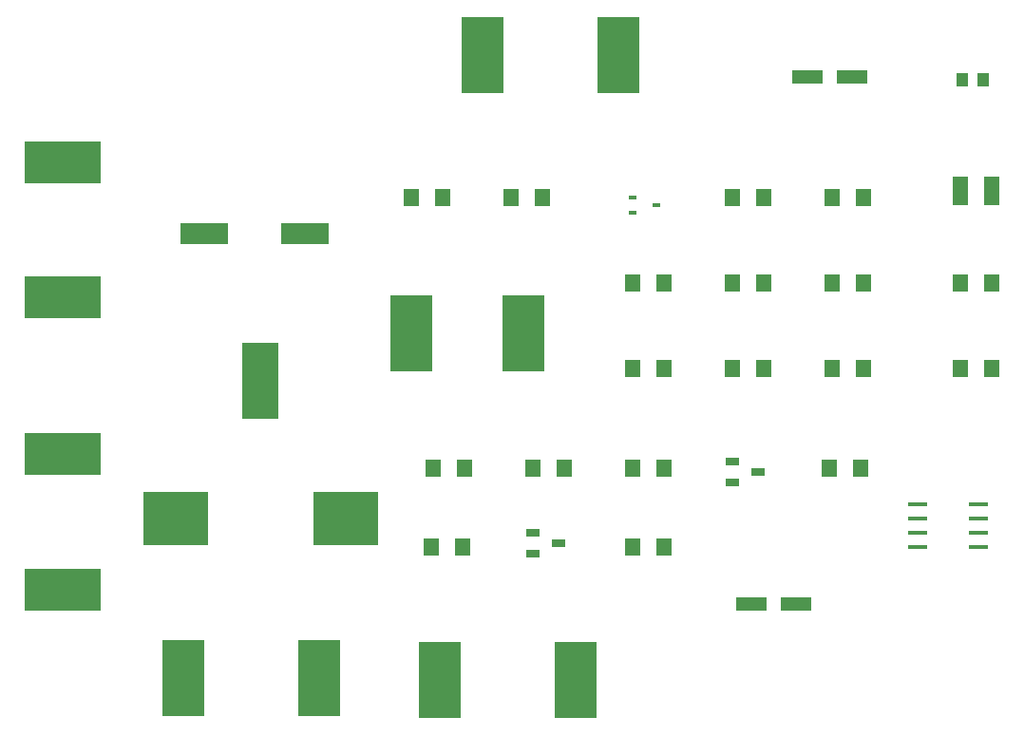
<source format=gbr>
G04 DipTrace 3.2.0.1*
G04 TopPaste.gbr*
%MOIN*%
G04 #@! TF.FileFunction,Paste,Top*
G04 #@! TF.Part,Single*
%ADD31R,0.070866X0.015748*%
%ADD33R,0.055118X0.098425*%
%ADD35R,0.029528X0.011811*%
%ADD37R,0.149606X0.267717*%
%ADD39R,0.267717X0.149606*%
%ADD41R,0.047244X0.031496*%
%ADD43R,0.129921X0.267717*%
%ADD45R,0.228346X0.188976*%
%ADD47R,0.169291X0.074803*%
%ADD49R,0.043307X0.051181*%
%ADD51R,0.110236X0.051181*%
%ADD53R,0.055118X0.062992*%
%FSLAX26Y26*%
G04*
G70*
G90*
G75*
G01*
G04 TopPaste*
%LPD*%
D53*
X3793701Y1793701D3*
X3903937D3*
D51*
X3414173Y2818701D3*
X3256693D3*
D53*
X2293701Y1443701D3*
X2403937D3*
D49*
X3874951Y2806201D3*
X3800148D3*
D53*
X3343701Y1793701D3*
X3453937D3*
D51*
X3218701Y968701D3*
X3061220D3*
D47*
X1140551Y2269094D3*
X1494882D3*
D53*
X1943701Y1443701D3*
X2053937D3*
X2993701Y2093701D3*
X3103937D3*
Y1793701D3*
X2993701D3*
X2753937Y1443701D3*
X2643701D3*
D45*
X1040551Y1269094D3*
X1639076D3*
D43*
X1338190Y1752166D3*
D41*
X2993701Y1468701D3*
Y1393898D3*
X3084252Y1431299D3*
D39*
X643701Y2518701D3*
Y2043701D3*
Y1493701D3*
Y1018701D3*
D37*
X2593701Y2893701D3*
X2118701D3*
X1068701Y706201D3*
X1543701D3*
X1968701Y699951D3*
X2443701D3*
X1868701Y1918701D3*
X2262402D3*
D41*
X2293701Y1218701D3*
Y1143898D3*
X2384252Y1181299D3*
D35*
X2643701Y2393701D3*
Y2342514D3*
X2726378Y2368108D3*
D53*
X3793701Y2093701D3*
X3903937D3*
D33*
X3793701Y2418701D3*
X3903937D3*
D53*
X3443701Y1443701D3*
X3333465D3*
X2643701Y1793701D3*
X2753937D3*
X2218701Y2393701D3*
X2328937D3*
X2993701D3*
X3103937D3*
X1868701D3*
X1978937D3*
X3343701Y2093701D3*
X3453937D3*
X3343701Y2393701D3*
X3453937D3*
X2643701Y2093701D3*
X2753937D3*
X1938583Y1168701D3*
X2048819D3*
X2643701D3*
X2753937D3*
D31*
X3643701Y1318701D3*
Y1268701D3*
Y1218701D3*
Y1168701D3*
X3856299D3*
Y1218701D3*
Y1268701D3*
Y1318701D3*
M02*

</source>
